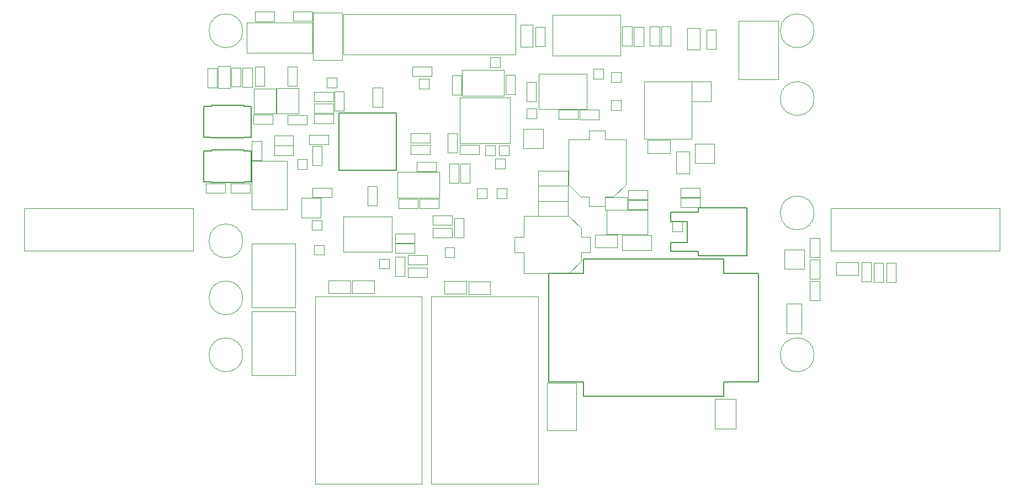
<source format=gbr>
G04 #@! TF.GenerationSoftware,KiCad,Pcbnew,7.0.6*
G04 #@! TF.CreationDate,2024-01-23T01:34:04-08:00*
G04 #@! TF.ProjectId,POWER_BOARD,504f5745-525f-4424-9f41-52442e6b6963,rev?*
G04 #@! TF.SameCoordinates,Original*
G04 #@! TF.FileFunction,Other,User*
%FSLAX46Y46*%
G04 Gerber Fmt 4.6, Leading zero omitted, Abs format (unit mm)*
G04 Created by KiCad (PCBNEW 7.0.6) date 2024-01-23 01:34:04*
%MOMM*%
%LPD*%
G01*
G04 APERTURE LIST*
%ADD10C,0.050000*%
%ADD11C,0.152400*%
G04 APERTURE END LIST*
D10*
X91992000Y-65818000D02*
X94952000Y-65818000D01*
X91992000Y-67278000D02*
X91992000Y-65818000D01*
X94952000Y-65818000D02*
X94952000Y-67278000D01*
X94952000Y-67278000D02*
X91992000Y-67278000D01*
X76504293Y-61139418D02*
X73544293Y-61139418D01*
X76504293Y-59679418D02*
X76504293Y-61139418D01*
X73544293Y-61139418D02*
X73544293Y-59679418D01*
X73544293Y-59679418D02*
X76504293Y-59679418D01*
X70623293Y-32574294D02*
X73583293Y-32574294D01*
X70623293Y-34034294D02*
X70623293Y-32574294D01*
X73583293Y-32574294D02*
X73583293Y-34034294D01*
X73583293Y-34034294D02*
X70623293Y-34034294D01*
X100862293Y-75964418D02*
X97502293Y-75964418D01*
X100862293Y-74064418D02*
X100862293Y-75964418D01*
X97502293Y-75964418D02*
X97502293Y-74064418D01*
X97502293Y-74064418D02*
X100862293Y-74064418D01*
X64214000Y-78052000D02*
X64214000Y-68252000D01*
X70914000Y-78052000D02*
X64214000Y-78052000D01*
X64214000Y-68252000D02*
X70914000Y-68252000D01*
X70914000Y-68252000D02*
X70914000Y-78052000D01*
X91871293Y-42470418D02*
X88911293Y-42470418D01*
X91871293Y-41010418D02*
X91871293Y-42470418D01*
X88911293Y-42470418D02*
X88911293Y-41010418D01*
X88911293Y-41010418D02*
X91871293Y-41010418D01*
X128517400Y-34867400D02*
X128517400Y-37827400D01*
X127057400Y-34867400D02*
X128517400Y-34867400D01*
X128517400Y-37827400D02*
X127057400Y-37827400D01*
X127057400Y-37827400D02*
X127057400Y-34867400D01*
X72694293Y-49963418D02*
X69734293Y-49963418D01*
X72694293Y-48503418D02*
X72694293Y-49963418D01*
X69734293Y-49963418D02*
X69734293Y-48503418D01*
X69734293Y-48503418D02*
X72694293Y-48503418D01*
X70914000Y-78666000D02*
X70914000Y-88466000D01*
X64214000Y-78666000D02*
X70914000Y-78666000D01*
X70914000Y-88466000D02*
X64214000Y-88466000D01*
X64214000Y-88466000D02*
X64214000Y-78666000D01*
X76776829Y-49765145D02*
X73816829Y-49765145D01*
X76776829Y-48305145D02*
X76776829Y-49765145D01*
X73816829Y-49765145D02*
X73816829Y-48305145D01*
X73816829Y-48305145D02*
X76776829Y-48305145D01*
X88195000Y-71914000D02*
X91155000Y-71914000D01*
X88195000Y-73374000D02*
X88195000Y-71914000D01*
X91155000Y-71914000D02*
X91155000Y-73374000D01*
X91155000Y-73374000D02*
X88195000Y-73374000D01*
X153075975Y-62790018D02*
X178975975Y-62790018D01*
X153075975Y-69290018D02*
X153075975Y-62790018D01*
X178975975Y-62790018D02*
X178975975Y-69290018D01*
X178975975Y-69290018D02*
X153075975Y-69290018D01*
X64527293Y-48376418D02*
X67487293Y-48376418D01*
X64527293Y-49836418D02*
X64527293Y-48376418D01*
X67487293Y-48376418D02*
X67487293Y-49836418D01*
X67487293Y-49836418D02*
X64527293Y-49836418D01*
X150522293Y-85301418D02*
G75*
G03*
X150522293Y-85301418I-2600000J0D01*
G01*
X108249000Y-42131000D02*
X108249000Y-47531000D01*
X108249000Y-47531000D02*
X115649000Y-47531000D01*
X115649000Y-42131000D02*
X108249000Y-42131000D01*
X115649000Y-47531000D02*
X115649000Y-42131000D01*
X106425293Y-46395418D02*
X106425293Y-43435418D01*
X107885293Y-46395418D02*
X106425293Y-46395418D01*
X106425293Y-43435418D02*
X107885293Y-43435418D01*
X107885293Y-43435418D02*
X107885293Y-46395418D01*
D11*
X77625293Y-56919418D02*
X86425293Y-56919418D01*
X86425293Y-56919418D02*
X86425293Y-48119418D01*
X86425293Y-48119418D02*
X77625293Y-48119418D01*
X77625293Y-48119418D02*
X77625293Y-56919418D01*
D10*
X83832000Y-70547800D02*
X83832000Y-72047800D01*
X83832000Y-70547800D02*
X85332000Y-70547800D01*
X85332000Y-72047800D02*
X83832000Y-72047800D01*
X85332000Y-72047800D02*
X85332000Y-70547800D01*
X102214293Y-53182418D02*
X102214293Y-54682418D01*
X102214293Y-53182418D02*
X103714293Y-53182418D01*
X103714293Y-54682418D02*
X102214293Y-54682418D01*
X103714293Y-54682418D02*
X103714293Y-53182418D01*
X135306000Y-96661000D02*
X135306000Y-92061000D01*
X138506000Y-96661000D02*
X135306000Y-96661000D01*
X135306000Y-92061000D02*
X138506000Y-92061000D01*
X138506000Y-92061000D02*
X138506000Y-96661000D01*
X79404424Y-75840207D02*
X76004424Y-75840207D01*
X79404424Y-73880207D02*
X79404424Y-75840207D01*
X76004424Y-75840207D02*
X76004424Y-73880207D01*
X76004424Y-73880207D02*
X79404424Y-73880207D01*
X64294000Y-55455000D02*
X64294000Y-52495000D01*
X65754000Y-55455000D02*
X64294000Y-55455000D01*
X64294000Y-52495000D02*
X65754000Y-52495000D01*
X65754000Y-52495000D02*
X65754000Y-55455000D01*
X64561293Y-48236152D02*
X64561293Y-44386152D01*
X67961293Y-48236152D02*
X64561293Y-48236152D01*
X67961293Y-44386152D02*
X67961293Y-48236152D01*
X67961293Y-44386152D02*
X64561293Y-44386152D01*
X112790000Y-59341400D02*
X108190000Y-59341400D01*
X112790000Y-57041400D02*
X112790000Y-59341400D01*
X108190000Y-59341400D02*
X108190000Y-57041400D01*
X108190000Y-57041400D02*
X112790000Y-57041400D01*
X78298197Y-39183780D02*
X104748197Y-39183780D01*
X104748197Y-39183780D02*
X104748197Y-33033780D01*
X78298197Y-33033780D02*
X78298197Y-39183780D01*
X104748197Y-33033780D02*
X78298197Y-33033780D01*
X138933000Y-42956000D02*
X138933000Y-34006000D01*
X145033000Y-42956000D02*
X138933000Y-42956000D01*
X138933000Y-34006000D02*
X145033000Y-34006000D01*
X145033000Y-34006000D02*
X145033000Y-42956000D01*
X124492200Y-52151600D02*
X131692200Y-52151600D01*
X131692200Y-52151600D02*
X131692200Y-43351600D01*
X124492200Y-43351600D02*
X124492200Y-52151600D01*
X131692200Y-43351600D02*
X124492200Y-43351600D01*
X71182293Y-41022418D02*
X71182293Y-43982418D01*
X69722293Y-41022418D02*
X71182293Y-41022418D01*
X71182293Y-43982418D02*
X69722293Y-43982418D01*
X69722293Y-43982418D02*
X69722293Y-41022418D01*
X29412293Y-62790018D02*
X29412293Y-69290018D01*
X29412293Y-69290018D02*
X55312293Y-69290018D01*
X55312293Y-62790018D02*
X29412293Y-62790018D01*
X55312293Y-69290018D02*
X55312293Y-62790018D01*
X62892293Y-85301418D02*
G75*
G03*
X62892293Y-85301418I-2600000J0D01*
G01*
X100055293Y-53182418D02*
X100055293Y-54682418D01*
X100055293Y-53182418D02*
X101555293Y-53182418D01*
X101555293Y-54682418D02*
X100055293Y-54682418D01*
X101555293Y-54682418D02*
X101555293Y-53182418D01*
X119392000Y-46240000D02*
X119392000Y-47740000D01*
X119392000Y-46240000D02*
X120892000Y-46240000D01*
X120892000Y-47740000D02*
X119392000Y-47740000D01*
X120892000Y-47740000D02*
X120892000Y-46240000D01*
X150522293Y-45931418D02*
G75*
G03*
X150522293Y-45931418I-2600000J0D01*
G01*
X145997800Y-69112000D02*
X145997800Y-72112000D01*
X145997800Y-69112000D02*
X148997800Y-69112000D01*
X148997800Y-72112000D02*
X145997800Y-72112000D01*
X148997800Y-72112000D02*
X148997800Y-69112000D01*
X88657293Y-53075418D02*
X91617293Y-53075418D01*
X88657293Y-54535418D02*
X88657293Y-53075418D01*
X91617293Y-53075418D02*
X91617293Y-54535418D01*
X91617293Y-54535418D02*
X88657293Y-54535418D01*
X88225000Y-69954000D02*
X91185000Y-69954000D01*
X88225000Y-71414000D02*
X88225000Y-69954000D01*
X91185000Y-69954000D02*
X91185000Y-71414000D01*
X91185000Y-71414000D02*
X88225000Y-71414000D01*
X100817293Y-39593418D02*
X100817293Y-41093418D01*
X100817293Y-39593418D02*
X102317293Y-39593418D01*
X102317293Y-41093418D02*
X100817293Y-41093418D01*
X102317293Y-41093418D02*
X102317293Y-39593418D01*
X96546931Y-41533285D02*
X96546931Y-45533285D01*
X96546931Y-45533285D02*
X102946931Y-45533285D01*
X102946931Y-41533285D02*
X96546931Y-41533285D01*
X102946931Y-45533285D02*
X102946931Y-41533285D01*
X101579293Y-55214418D02*
X101579293Y-56714418D01*
X101579293Y-55214418D02*
X103079293Y-55214418D01*
X103079293Y-56714418D02*
X101579293Y-56714418D01*
X103079293Y-56714418D02*
X103079293Y-55214418D01*
X116692293Y-41371418D02*
X116692293Y-42871418D01*
X116692293Y-41371418D02*
X118192293Y-41371418D01*
X118192293Y-42871418D02*
X116692293Y-42871418D01*
X118192293Y-42871418D02*
X118192293Y-41371418D01*
X96221800Y-58909400D02*
X96221800Y-55949400D01*
X97681800Y-58909400D02*
X96221800Y-58909400D01*
X96221800Y-55949400D02*
X97681800Y-55949400D01*
X97681800Y-55949400D02*
X97681800Y-58909400D01*
X73468800Y-64629600D02*
X73468800Y-66129600D01*
X73468800Y-64629600D02*
X74968800Y-64629600D01*
X74968800Y-66129600D02*
X73468800Y-66129600D01*
X74968800Y-66129600D02*
X74968800Y-64629600D01*
X108161824Y-105150315D02*
X108161824Y-76370315D01*
X108161824Y-76370315D02*
X91761824Y-76370315D01*
X91761824Y-105150315D02*
X108161824Y-105150315D01*
X91761824Y-76370315D02*
X91761824Y-105150315D01*
X110377293Y-33076327D02*
X110377293Y-39326327D01*
X110377293Y-39326327D02*
X120777293Y-39326327D01*
X120777293Y-33076327D02*
X110377293Y-33076327D01*
X120777293Y-39326327D02*
X120777293Y-33076327D01*
X126790200Y-34842000D02*
X126790200Y-37802000D01*
X125330200Y-34842000D02*
X126790200Y-34842000D01*
X126790200Y-37802000D02*
X125330200Y-37802000D01*
X125330200Y-37802000D02*
X125330200Y-34842000D01*
X119392000Y-41922000D02*
X119392000Y-43422000D01*
X119392000Y-41922000D02*
X120892000Y-41922000D01*
X120892000Y-43422000D02*
X119392000Y-43422000D01*
X120892000Y-43422000D02*
X120892000Y-41922000D01*
X111327293Y-47614418D02*
X114287293Y-47614418D01*
X111327293Y-49074418D02*
X111327293Y-47614418D01*
X114287293Y-47614418D02*
X114287293Y-49074418D01*
X114287293Y-49074418D02*
X111327293Y-49074418D01*
X132979200Y-35073800D02*
X132979200Y-38433800D01*
X131079200Y-35073800D02*
X132979200Y-35073800D01*
X132979200Y-38433800D02*
X131079200Y-38433800D01*
X131079200Y-38433800D02*
X131079200Y-35073800D01*
X76961293Y-47792418D02*
X76961293Y-44832418D01*
X78421293Y-47792418D02*
X76961293Y-47792418D01*
X76961293Y-44832418D02*
X78421293Y-44832418D01*
X78421293Y-44832418D02*
X78421293Y-47792418D01*
X130059293Y-61203418D02*
X133019293Y-61203418D01*
X130059293Y-62663418D02*
X130059293Y-61203418D01*
X133019293Y-61203418D02*
X133019293Y-62663418D01*
X133019293Y-62663418D02*
X130059293Y-62663418D01*
X131723000Y-43331000D02*
X131723000Y-46331000D01*
X131723000Y-43331000D02*
X134723000Y-43331000D01*
X134723000Y-46331000D02*
X131723000Y-46331000D01*
X134723000Y-46331000D02*
X134723000Y-43331000D01*
X149892000Y-76918000D02*
X149892000Y-73958000D01*
X151352000Y-76918000D02*
X149892000Y-76918000D01*
X149892000Y-73958000D02*
X151352000Y-73958000D01*
X151352000Y-73958000D02*
X151352000Y-76918000D01*
X148567000Y-77473000D02*
X148567000Y-82033000D01*
X146327000Y-77473000D02*
X148567000Y-77473000D01*
X148567000Y-82033000D02*
X146327000Y-82033000D01*
X146327000Y-82033000D02*
X146327000Y-77473000D01*
X94330340Y-54215687D02*
X94330340Y-51255687D01*
X95790340Y-54215687D02*
X94330340Y-54215687D01*
X94330340Y-51255687D02*
X95790340Y-51255687D01*
X95790340Y-51255687D02*
X95790340Y-54215687D01*
X88657293Y-51297418D02*
X91617293Y-51297418D01*
X88657293Y-52757418D02*
X88657293Y-51297418D01*
X91617293Y-51297418D02*
X91617293Y-52757418D01*
X91617293Y-52757418D02*
X88657293Y-52757418D01*
X96449848Y-42358224D02*
X96449848Y-45318224D01*
X94989848Y-42358224D02*
X96449848Y-42358224D01*
X96449848Y-45318224D02*
X94989848Y-45318224D01*
X94989848Y-45318224D02*
X94989848Y-42358224D01*
D11*
X56892593Y-47138117D02*
X58044393Y-47138117D01*
X56892593Y-51836719D02*
X56892593Y-47138117D01*
X56892593Y-51836719D02*
X58044393Y-51836719D01*
X58044393Y-46985518D02*
X63048193Y-46985518D01*
X58044393Y-47138117D02*
X58044393Y-46985518D01*
X58044393Y-51989318D02*
X58044393Y-51836719D01*
X63048193Y-46985518D02*
X63048193Y-47138117D01*
X63048193Y-51836719D02*
X63048193Y-51989318D01*
X63048193Y-51989318D02*
X58044393Y-51989318D01*
X64199993Y-47138117D02*
X63048193Y-47138117D01*
X64199993Y-47138117D02*
X64199993Y-51836719D01*
X64199993Y-51836719D02*
X63048193Y-51836719D01*
D10*
X107357390Y-34599418D02*
X107357390Y-37959418D01*
X105457390Y-34599418D02*
X107357390Y-34599418D01*
X107357390Y-37959418D02*
X105457390Y-37959418D01*
X105457390Y-37959418D02*
X105457390Y-34599418D01*
X116930000Y-66838000D02*
X120330000Y-66838000D01*
X116930000Y-68798000D02*
X116930000Y-66838000D01*
X120330000Y-66838000D02*
X120330000Y-68798000D01*
X120330000Y-68798000D02*
X116930000Y-68798000D01*
X101833293Y-59786418D02*
X101833293Y-61286418D01*
X101833293Y-59786418D02*
X103333293Y-59786418D01*
X103333293Y-61286418D02*
X101833293Y-61286418D01*
X103333293Y-61286418D02*
X103333293Y-59786418D01*
X149892000Y-70314000D02*
X149892000Y-67354000D01*
X151352000Y-70314000D02*
X149892000Y-70314000D01*
X149892000Y-67354000D02*
X151352000Y-67354000D01*
X151352000Y-67354000D02*
X151352000Y-70314000D01*
X73663293Y-40056418D02*
X73663293Y-32756418D01*
X78163293Y-40056418D02*
X73663293Y-40056418D01*
X73663293Y-32756418D02*
X78163293Y-32756418D01*
X78163293Y-32756418D02*
X78163293Y-40056418D01*
X109535400Y-96918800D02*
X109535400Y-89618800D01*
X114035400Y-96918800D02*
X109535400Y-96918800D01*
X109535400Y-89618800D02*
X114035400Y-89618800D01*
X114035400Y-89618800D02*
X114035400Y-96918800D01*
X66229292Y-41022418D02*
X66229292Y-43982418D01*
X64769292Y-41022418D02*
X66229292Y-41022418D01*
X66229292Y-43982418D02*
X64769292Y-43982418D01*
X64769292Y-43982418D02*
X64769292Y-41022418D01*
X70644200Y-53104800D02*
X67684200Y-53104800D01*
X70644200Y-51644800D02*
X70644200Y-53104800D01*
X67684200Y-53104800D02*
X67684200Y-51644800D01*
X67684200Y-51644800D02*
X70644200Y-51644800D01*
X67763567Y-34054657D02*
X64803567Y-34054657D01*
X67763567Y-32594657D02*
X67763567Y-34054657D01*
X64803567Y-34054657D02*
X64803567Y-32594657D01*
X64803567Y-32594657D02*
X67763567Y-32594657D01*
X121029693Y-66952000D02*
X125589693Y-66952000D01*
X121029693Y-69192000D02*
X121029693Y-66952000D01*
X125589693Y-66952000D02*
X125589693Y-69192000D01*
X125589693Y-69192000D02*
X121029693Y-69192000D01*
X159692293Y-74111418D02*
X159692293Y-71151418D01*
X161152293Y-74111418D02*
X159692293Y-74111418D01*
X159692293Y-71151418D02*
X161152293Y-71151418D01*
X161152293Y-71151418D02*
X161152293Y-74111418D01*
X132231000Y-52856000D02*
X132231000Y-55856000D01*
X132231000Y-52856000D02*
X135231000Y-52856000D01*
X135231000Y-55856000D02*
X132231000Y-55856000D01*
X135231000Y-55856000D02*
X135231000Y-52856000D01*
X57461400Y-44253600D02*
X57461400Y-41293600D01*
X58921400Y-44253600D02*
X57461400Y-44253600D01*
X57461400Y-41293600D02*
X58921400Y-41293600D01*
X58921400Y-41293600D02*
X58921400Y-44253600D01*
X75996293Y-53011418D02*
X73036293Y-53011418D01*
X75996293Y-51551418D02*
X75996293Y-53011418D01*
X73036293Y-53011418D02*
X73036293Y-51551418D01*
X73036293Y-51551418D02*
X75996293Y-51551418D01*
X98785293Y-59786418D02*
X98785293Y-61286418D01*
X98785293Y-59786418D02*
X100285293Y-59786418D01*
X100285293Y-61286418D02*
X98785293Y-61286418D01*
X100285293Y-61286418D02*
X100285293Y-59786418D01*
X62892293Y-67801418D02*
G75*
G03*
X62892293Y-67801418I-2600000J0D01*
G01*
X93015944Y-61215017D02*
X93015944Y-57215017D01*
X93015944Y-57215017D02*
X86615944Y-57215017D01*
X86615944Y-61215017D02*
X93015944Y-61215017D01*
X86615944Y-57215017D02*
X86615944Y-61215017D01*
D11*
X140182600Y-62746699D02*
X140182600Y-70087299D01*
X132740400Y-62746699D02*
X140182600Y-62746699D01*
X132740400Y-63428498D02*
X132740400Y-62746699D01*
X128549400Y-63428498D02*
X132740400Y-63428498D01*
X131038600Y-64825498D02*
X128549400Y-64825498D01*
X128549400Y-64825498D02*
X128549400Y-63428498D01*
X131038600Y-68008500D02*
X131038600Y-64825498D01*
X128549400Y-68008500D02*
X131038600Y-68008500D01*
X132740400Y-69405500D02*
X128549400Y-69405500D01*
X128549400Y-69405500D02*
X128549400Y-68008500D01*
X140182600Y-70087299D02*
X132740400Y-70087299D01*
X132740400Y-70087299D02*
X132740400Y-69405500D01*
D10*
X93865000Y-68846000D02*
X93865000Y-70346000D01*
X93865000Y-68846000D02*
X95365000Y-68846000D01*
X95365000Y-70346000D02*
X93865000Y-70346000D01*
X95365000Y-70346000D02*
X95365000Y-68846000D01*
X150522293Y-35517418D02*
G75*
G03*
X150522293Y-35517418I-2600000J0D01*
G01*
D11*
X64199993Y-58694719D02*
X63048193Y-58694719D01*
X64199993Y-53996117D02*
X64199993Y-58694719D01*
X64199993Y-53996117D02*
X63048193Y-53996117D01*
X63048193Y-58847318D02*
X58044393Y-58847318D01*
X63048193Y-58694719D02*
X63048193Y-58847318D01*
X63048193Y-53843518D02*
X63048193Y-53996117D01*
X58044393Y-58847318D02*
X58044393Y-58694719D01*
X58044393Y-53996117D02*
X58044393Y-53843518D01*
X58044393Y-53843518D02*
X63048193Y-53843518D01*
X56892593Y-58694719D02*
X58044393Y-58694719D01*
X56892593Y-58694719D02*
X56892593Y-53996117D01*
X56892593Y-53996117D02*
X58044393Y-53996117D01*
D10*
X71873293Y-61195418D02*
X71873293Y-64195418D01*
X71873293Y-61195418D02*
X74873293Y-61195418D01*
X74873293Y-64195418D02*
X71873293Y-64195418D01*
X74873293Y-64195418D02*
X74873293Y-61195418D01*
X131358200Y-54053000D02*
X131358200Y-57453000D01*
X129398200Y-54053000D02*
X131358200Y-54053000D01*
X131358200Y-57453000D02*
X129398200Y-57453000D01*
X129398200Y-57453000D02*
X129398200Y-54053000D01*
X95292293Y-67271418D02*
X95292293Y-64311418D01*
X96752293Y-67271418D02*
X95292293Y-67271418D01*
X95292293Y-64311418D02*
X96752293Y-64311418D01*
X96752293Y-64311418D02*
X96752293Y-67271418D01*
X121964000Y-61500000D02*
X124924000Y-61500000D01*
X121964000Y-62960000D02*
X121964000Y-61500000D01*
X124924000Y-61500000D02*
X124924000Y-62960000D01*
X124924000Y-62960000D02*
X121964000Y-62960000D01*
X104631206Y-42341861D02*
X104631206Y-45301861D01*
X103171206Y-42341861D02*
X104631206Y-42341861D01*
X104631206Y-45301861D02*
X103171206Y-45301861D01*
X103171206Y-45301861D02*
X103171206Y-42341861D01*
X153945800Y-71109800D02*
X157305800Y-71109800D01*
X153945800Y-73009800D02*
X153945800Y-71109800D01*
X157305800Y-71109800D02*
X157305800Y-73009800D01*
X157305800Y-73009800D02*
X153945800Y-73009800D01*
X86277000Y-68231000D02*
X89237000Y-68231000D01*
X86277000Y-69691000D02*
X86277000Y-68231000D01*
X89237000Y-68231000D02*
X89237000Y-69691000D01*
X89237000Y-69691000D02*
X86277000Y-69691000D01*
X83501293Y-59437418D02*
X83501293Y-62397418D01*
X82041293Y-59437418D02*
X83501293Y-59437418D01*
X83501293Y-62397418D02*
X82041293Y-62397418D01*
X82041293Y-62397418D02*
X82041293Y-59437418D01*
X112790000Y-63964200D02*
X108190000Y-63964200D01*
X112790000Y-61664200D02*
X112790000Y-63964200D01*
X108190000Y-63964200D02*
X108190000Y-61664200D01*
X108190000Y-61664200D02*
X112790000Y-61664200D01*
X86292293Y-66707000D02*
X89252293Y-66707000D01*
X86292293Y-68167000D02*
X86292293Y-66707000D01*
X89252293Y-66707000D02*
X89252293Y-68167000D01*
X89252293Y-68167000D02*
X86292293Y-68167000D01*
X78349335Y-64071418D02*
X78349335Y-69471418D01*
X78349335Y-69471418D02*
X85749335Y-69471418D01*
X85749335Y-64071418D02*
X78349335Y-64071418D01*
X85749335Y-69471418D02*
X85749335Y-64071418D01*
X64306200Y-41217100D02*
X64306200Y-44177100D01*
X62846200Y-41217100D02*
X64306200Y-41217100D01*
X64306200Y-44177100D02*
X62846200Y-44177100D01*
X62846200Y-44177100D02*
X62846200Y-41217100D01*
X130059293Y-59679418D02*
X133019293Y-59679418D01*
X130059293Y-61139418D02*
X130059293Y-59679418D01*
X133019293Y-59679418D02*
X133019293Y-61139418D01*
X133019293Y-61139418D02*
X130059293Y-61139418D01*
X92539000Y-57118000D02*
X89579000Y-57118000D01*
X92539000Y-55658000D02*
X92539000Y-57118000D01*
X89579000Y-57118000D02*
X89579000Y-55658000D01*
X89579000Y-55658000D02*
X92539000Y-55658000D01*
X150522293Y-63500000D02*
G75*
G03*
X150522293Y-63500000I-2600000J0D01*
G01*
X103895591Y-52799313D02*
X103895591Y-45799313D01*
X103895591Y-45799313D02*
X96195591Y-45799313D01*
X96195591Y-52799313D02*
X103895591Y-52799313D01*
X96195591Y-45799313D02*
X96195591Y-52799313D01*
D11*
X142001991Y-89494996D02*
X136649295Y-89494996D01*
X142001991Y-72825000D02*
X142001991Y-89494996D01*
X142001991Y-72825000D02*
X136649295Y-72825000D01*
X136649295Y-91700998D02*
X115135495Y-91700998D01*
X136649295Y-89494996D02*
X136649295Y-91700998D01*
X136649295Y-72825000D02*
X136649295Y-70618998D01*
X115135495Y-89494996D02*
X115135495Y-91700998D01*
X115135495Y-72825000D02*
X115135495Y-70618998D01*
X115135495Y-70618998D02*
X136649295Y-70618998D01*
X109782799Y-89494996D02*
X115135495Y-89494996D01*
X109782799Y-72825000D02*
X115135495Y-72825000D01*
X109782799Y-72825000D02*
X109782799Y-89494996D01*
D10*
X109213400Y-34969000D02*
X109213400Y-37929000D01*
X107753400Y-34969000D02*
X109213400Y-34969000D01*
X109213400Y-37929000D02*
X107753400Y-37929000D01*
X107753400Y-37929000D02*
X107753400Y-34969000D01*
X89752697Y-62824802D02*
X86792697Y-62824802D01*
X89752697Y-61364802D02*
X89752697Y-62824802D01*
X86792697Y-62824802D02*
X86792697Y-61364802D01*
X86792697Y-61364802D02*
X89752697Y-61364802D01*
X57194000Y-58960000D02*
X60154000Y-58960000D01*
X57194000Y-60420000D02*
X57194000Y-58960000D01*
X60154000Y-58960000D02*
X60154000Y-60420000D01*
X60154000Y-60420000D02*
X57194000Y-60420000D01*
X149892000Y-73616000D02*
X149892000Y-70656000D01*
X151352000Y-73616000D02*
X149892000Y-73616000D01*
X149892000Y-70656000D02*
X151352000Y-70656000D01*
X151352000Y-70656000D02*
X151352000Y-73616000D01*
X64242293Y-62944000D02*
X69642293Y-62944000D01*
X69642293Y-62944000D02*
X69642293Y-55544000D01*
X64242293Y-55544000D02*
X64242293Y-62944000D01*
X69642293Y-55544000D02*
X64242293Y-55544000D01*
X68062724Y-48195426D02*
X68062724Y-44345426D01*
X71462724Y-48195426D02*
X68062724Y-48195426D01*
X71462724Y-44345426D02*
X71462724Y-48195426D01*
X71462724Y-44345426D02*
X68062724Y-44345426D01*
X87725000Y-70211000D02*
X87725000Y-73171000D01*
X86265000Y-70211000D02*
X87725000Y-70211000D01*
X87725000Y-73171000D02*
X86265000Y-73171000D01*
X86265000Y-73171000D02*
X86265000Y-70211000D01*
X118685054Y-63072708D02*
X118685054Y-66772708D01*
X118685054Y-63072708D02*
X124985054Y-63072708D01*
X118685054Y-66772708D02*
X124985054Y-66772708D01*
X124985054Y-63072708D02*
X124985054Y-66772708D01*
X90372293Y-105131418D02*
X90372293Y-76351418D01*
X90372293Y-76351418D02*
X73972293Y-76351418D01*
X73972293Y-105131418D02*
X90372293Y-105131418D01*
X73972293Y-76351418D02*
X73972293Y-105131418D01*
X124924000Y-61436000D02*
X121964000Y-61436000D01*
X124924000Y-59976000D02*
X124924000Y-61436000D01*
X121964000Y-61436000D02*
X121964000Y-59976000D01*
X121964000Y-59976000D02*
X124924000Y-59976000D01*
X163072293Y-71141418D02*
X163072293Y-74101418D01*
X161612293Y-71141418D02*
X163072293Y-71141418D01*
X163072293Y-74101418D02*
X161612293Y-74101418D01*
X161612293Y-74101418D02*
X161612293Y-71141418D01*
X122548400Y-34867400D02*
X122548400Y-37827400D01*
X121088400Y-34867400D02*
X122548400Y-34867400D01*
X122548400Y-37827400D02*
X121088400Y-37827400D01*
X121088400Y-37827400D02*
X121088400Y-34867400D01*
X76758293Y-46407418D02*
X73798293Y-46407418D01*
X76758293Y-44947418D02*
X76758293Y-46407418D01*
X73798293Y-46407418D02*
X73798293Y-44947418D01*
X73798293Y-44947418D02*
X76758293Y-44947418D01*
X159252293Y-71131418D02*
X159252293Y-74091418D01*
X157792293Y-71131418D02*
X159252293Y-71131418D01*
X159252293Y-74091418D02*
X157792293Y-74091418D01*
X157792293Y-74091418D02*
X157792293Y-71131418D01*
X134017000Y-38310000D02*
X134017000Y-35350000D01*
X135477000Y-38310000D02*
X134017000Y-38310000D01*
X134017000Y-35350000D02*
X135477000Y-35350000D01*
X135477000Y-35350000D02*
X135477000Y-38310000D01*
X83037679Y-75799094D02*
X79677679Y-75799094D01*
X83037679Y-73899094D02*
X83037679Y-75799094D01*
X79677679Y-75799094D02*
X79677679Y-73899094D01*
X79677679Y-73899094D02*
X83037679Y-73899094D01*
X106405293Y-47467418D02*
X106405293Y-48967418D01*
X106405293Y-47467418D02*
X107905293Y-47467418D01*
X107905293Y-48967418D02*
X106405293Y-48967418D01*
X107905293Y-48967418D02*
X107905293Y-47467418D01*
X94580000Y-58909400D02*
X94580000Y-55949400D01*
X96040000Y-58909400D02*
X94580000Y-58909400D01*
X94580000Y-55949400D02*
X96040000Y-55949400D01*
X96040000Y-55949400D02*
X96040000Y-58909400D01*
X76765565Y-48156145D02*
X73805565Y-48156145D01*
X76765565Y-46696145D02*
X76765565Y-48156145D01*
X73805565Y-48156145D02*
X73805565Y-46696145D01*
X73805565Y-46696145D02*
X76765565Y-46696145D01*
X62892293Y-35517418D02*
G75*
G03*
X62892293Y-35517418I-2600000J0D01*
G01*
X82836000Y-47200000D02*
X82836000Y-44240000D01*
X84296000Y-47200000D02*
X82836000Y-47200000D01*
X82836000Y-44240000D02*
X84296000Y-44240000D01*
X84296000Y-44240000D02*
X84296000Y-47200000D01*
X118442000Y-61080000D02*
X121842000Y-61080000D01*
X118442000Y-63040000D02*
X118442000Y-61080000D01*
X121842000Y-61080000D02*
X121842000Y-63040000D01*
X121842000Y-63040000D02*
X118442000Y-63040000D01*
X70644200Y-54628800D02*
X67684200Y-54628800D01*
X70644200Y-53168800D02*
X70644200Y-54628800D01*
X67684200Y-54628800D02*
X67684200Y-53168800D01*
X67684200Y-53168800D02*
X70644200Y-53168800D01*
X60970200Y-40992000D02*
X60970200Y-44352000D01*
X59070200Y-40992000D02*
X60970200Y-40992000D01*
X60970200Y-44352000D02*
X59070200Y-44352000D01*
X59070200Y-44352000D02*
X59070200Y-40992000D01*
X97225654Y-75921418D02*
X93825654Y-75921418D01*
X97225654Y-73961418D02*
X97225654Y-75921418D01*
X93825654Y-75921418D02*
X93825654Y-73961418D01*
X93825654Y-73961418D02*
X97225654Y-73961418D01*
X116163000Y-69576800D02*
X114763000Y-69576800D01*
X116163000Y-67176800D02*
X116163000Y-69576800D01*
X114763000Y-70901800D02*
X112888000Y-72776800D01*
X114763000Y-69576800D02*
X114763000Y-70901800D01*
X114763000Y-67176800D02*
X116163000Y-67176800D01*
X114763000Y-65851800D02*
X114763000Y-67176800D01*
X112888000Y-72776800D02*
X105963000Y-72776800D01*
X112888000Y-63976800D02*
X114763000Y-65851800D01*
X105963000Y-72776800D02*
X105963000Y-69576800D01*
X105963000Y-69576800D02*
X104563000Y-69576800D01*
X105963000Y-67176800D02*
X105963000Y-63976800D01*
X105963000Y-63976800D02*
X112888000Y-63976800D01*
X104563000Y-69576800D02*
X104563000Y-67176800D01*
X104563000Y-67176800D02*
X105963000Y-67176800D01*
X116021000Y-62442000D02*
X116021000Y-61042000D01*
X118421000Y-62442000D02*
X116021000Y-62442000D01*
X114696000Y-61042000D02*
X112821000Y-59167000D01*
X116021000Y-61042000D02*
X114696000Y-61042000D01*
X118421000Y-61042000D02*
X118421000Y-62442000D01*
X119746000Y-61042000D02*
X118421000Y-61042000D01*
X112821000Y-59167000D02*
X112821000Y-52242000D01*
X121621000Y-59167000D02*
X119746000Y-61042000D01*
X112821000Y-52242000D02*
X116021000Y-52242000D01*
X116021000Y-52242000D02*
X116021000Y-50842000D01*
X118421000Y-52242000D02*
X121621000Y-52242000D01*
X121621000Y-52242000D02*
X121621000Y-59167000D01*
X116021000Y-50842000D02*
X118421000Y-50842000D01*
X118421000Y-50842000D02*
X118421000Y-52242000D01*
X92062293Y-63881418D02*
X95022293Y-63881418D01*
X92062293Y-65341418D02*
X92062293Y-63881418D01*
X95022293Y-63881418D02*
X95022293Y-65341418D01*
X95022293Y-65341418D02*
X92062293Y-65341418D01*
X89895293Y-42895418D02*
X89895293Y-44395418D01*
X89895293Y-42895418D02*
X91395293Y-42895418D01*
X91395293Y-44395418D02*
X89895293Y-44395418D01*
X91395293Y-44395418D02*
X91395293Y-42895418D01*
X73849800Y-68439600D02*
X73849800Y-69939600D01*
X73849800Y-68439600D02*
X75349800Y-68439600D01*
X75349800Y-69939600D02*
X73849800Y-69939600D01*
X75349800Y-69939600D02*
X75349800Y-68439600D01*
X89976663Y-61376100D02*
X92936663Y-61376100D01*
X89976663Y-62836100D02*
X89976663Y-61376100D01*
X92936663Y-61376100D02*
X92936663Y-62836100D01*
X92936663Y-62836100D02*
X89976663Y-62836100D01*
X73573179Y-38877981D02*
X73573179Y-34257981D01*
X73573179Y-34257981D02*
X63473179Y-34257981D01*
X63473179Y-38877981D02*
X73573179Y-38877981D01*
X63473179Y-34257981D02*
X63473179Y-38877981D01*
X71259000Y-55257000D02*
X71259000Y-56757000D01*
X71259000Y-55257000D02*
X72759000Y-55257000D01*
X72759000Y-56757000D02*
X71259000Y-56757000D01*
X72759000Y-56757000D02*
X72759000Y-55257000D01*
X74992293Y-53214418D02*
X74992293Y-56174418D01*
X73532293Y-53214418D02*
X74992293Y-53214418D01*
X74992293Y-56174418D02*
X73532293Y-56174418D01*
X73532293Y-56174418D02*
X73532293Y-53214418D01*
X96205006Y-53080438D02*
X99165006Y-53080438D01*
X96205006Y-54540438D02*
X96205006Y-53080438D01*
X99165006Y-53080438D02*
X99165006Y-54540438D01*
X99165006Y-54540438D02*
X96205006Y-54540438D01*
X112790000Y-61652800D02*
X108190000Y-61652800D01*
X112790000Y-59352800D02*
X112790000Y-61652800D01*
X108190000Y-61652800D02*
X108190000Y-59352800D01*
X108190000Y-59352800D02*
X112790000Y-59352800D01*
X128757293Y-64858200D02*
X128757293Y-66358200D01*
X128757293Y-64858200D02*
X130257293Y-64858200D01*
X130257293Y-66358200D02*
X128757293Y-66358200D01*
X130257293Y-66358200D02*
X130257293Y-64858200D01*
X114525690Y-47670462D02*
X117485690Y-47670462D01*
X114525690Y-49130462D02*
X114525690Y-47670462D01*
X117485690Y-47670462D02*
X117485690Y-49130462D01*
X117485690Y-49130462D02*
X114525690Y-49130462D01*
X61093600Y-44126600D02*
X61093600Y-41166600D01*
X62553600Y-44126600D02*
X61093600Y-44126600D01*
X61093600Y-41166600D02*
X62553600Y-41166600D01*
X62553600Y-41166600D02*
X62553600Y-44126600D01*
X61004000Y-58960000D02*
X63964000Y-58960000D01*
X61004000Y-60420000D02*
X61004000Y-58960000D01*
X63964000Y-58960000D02*
X63964000Y-60420000D01*
X63964000Y-60420000D02*
X61004000Y-60420000D01*
X62892293Y-76551418D02*
G75*
G03*
X62892293Y-76551418I-2600000J0D01*
G01*
X105942000Y-50570000D02*
X105942000Y-53570000D01*
X105942000Y-50570000D02*
X108942000Y-50570000D01*
X108942000Y-53570000D02*
X105942000Y-53570000D01*
X108942000Y-53570000D02*
X108942000Y-50570000D01*
X75798293Y-42768418D02*
X75798293Y-44268418D01*
X75798293Y-42768418D02*
X77298293Y-42768418D01*
X77298293Y-44268418D02*
X75798293Y-44268418D01*
X77298293Y-44268418D02*
X77298293Y-42768418D01*
X128399682Y-54294200D02*
X124999682Y-54294200D01*
X128399682Y-52334200D02*
X128399682Y-54294200D01*
X124999682Y-54294200D02*
X124999682Y-52334200D01*
X124999682Y-52334200D02*
X128399682Y-52334200D01*
X124326400Y-34918200D02*
X124326400Y-37878200D01*
X122866400Y-34918200D02*
X124326400Y-34918200D01*
X124326400Y-37878200D02*
X122866400Y-37878200D01*
X122866400Y-37878200D02*
X122866400Y-34918200D01*
M02*

</source>
